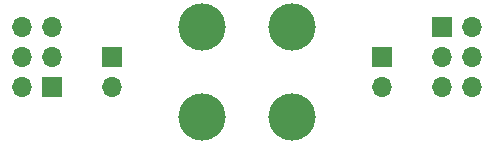
<source format=gbr>
G04 #@! TF.GenerationSoftware,KiCad,Pcbnew,(5.1.12)-1*
G04 #@! TF.CreationDate,2021-12-09T12:53:28+01:00*
G04 #@! TF.ProjectId,Servo-PowerInjector,53657276-6f2d-4506-9f77-6572496e6a65,rev?*
G04 #@! TF.SameCoordinates,Original*
G04 #@! TF.FileFunction,Soldermask,Bot*
G04 #@! TF.FilePolarity,Negative*
%FSLAX46Y46*%
G04 Gerber Fmt 4.6, Leading zero omitted, Abs format (unit mm)*
G04 Created by KiCad (PCBNEW (5.1.12)-1) date 2021-12-09 12:53:28*
%MOMM*%
%LPD*%
G01*
G04 APERTURE LIST*
%ADD10C,4.000000*%
%ADD11O,1.700000X1.700000*%
%ADD12R,1.700000X1.700000*%
G04 APERTURE END LIST*
D10*
G04 #@! TO.C,TP4*
X142240000Y-106680000D03*
G04 #@! TD*
G04 #@! TO.C,TP3*
X142240000Y-99060000D03*
G04 #@! TD*
G04 #@! TO.C,TP2*
X149860000Y-106680000D03*
G04 #@! TD*
G04 #@! TO.C,TP1*
X149860000Y-99060000D03*
G04 #@! TD*
D11*
G04 #@! TO.C,J4*
X165100000Y-104140000D03*
X162560000Y-104140000D03*
X165100000Y-101600000D03*
X162560000Y-101600000D03*
X165100000Y-99060000D03*
D12*
X162560000Y-99060000D03*
G04 #@! TD*
D11*
G04 #@! TO.C,J3*
X157480000Y-104140000D03*
D12*
X157480000Y-101600000D03*
G04 #@! TD*
D11*
G04 #@! TO.C,J2*
X134620000Y-104140000D03*
D12*
X134620000Y-101600000D03*
G04 #@! TD*
D11*
G04 #@! TO.C,J1*
X127000000Y-99060000D03*
X129540000Y-99060000D03*
X127000000Y-101600000D03*
X129540000Y-101600000D03*
X127000000Y-104140000D03*
D12*
X129540000Y-104140000D03*
G04 #@! TD*
M02*

</source>
